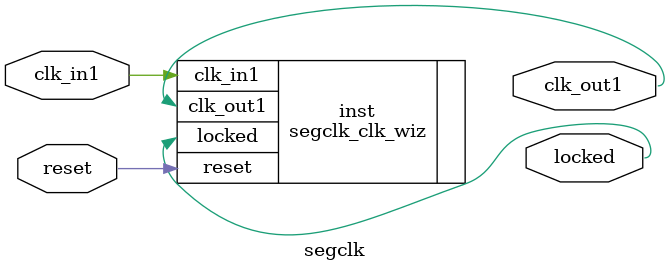
<source format=v>


`timescale 1ps/1ps

(* CORE_GENERATION_INFO = "segclk,clk_wiz_v5_4_3_0,{component_name=segclk,use_phase_alignment=true,use_min_o_jitter=false,use_max_i_jitter=false,use_dyn_phase_shift=false,use_inclk_switchover=false,use_dyn_reconfig=false,enable_axi=0,feedback_source=FDBK_AUTO,PRIMITIVE=PLL,num_out_clk=1,clkin1_period=10.000,clkin2_period=10.000,use_power_down=false,use_reset=true,use_locked=true,use_inclk_stopped=false,feedback_type=SINGLE,CLOCK_MGR_TYPE=NA,manual_override=false}" *)

module segclk 
 (
  // Clock out ports
  output        clk_out1,
  // Status and control signals
  input         reset,
  output        locked,
 // Clock in ports
  input         clk_in1
 );

  segclk_clk_wiz inst
  (
  // Clock out ports  
  .clk_out1(clk_out1),
  // Status and control signals               
  .reset(reset), 
  .locked(locked),
 // Clock in ports
  .clk_in1(clk_in1)
  );

endmodule

</source>
